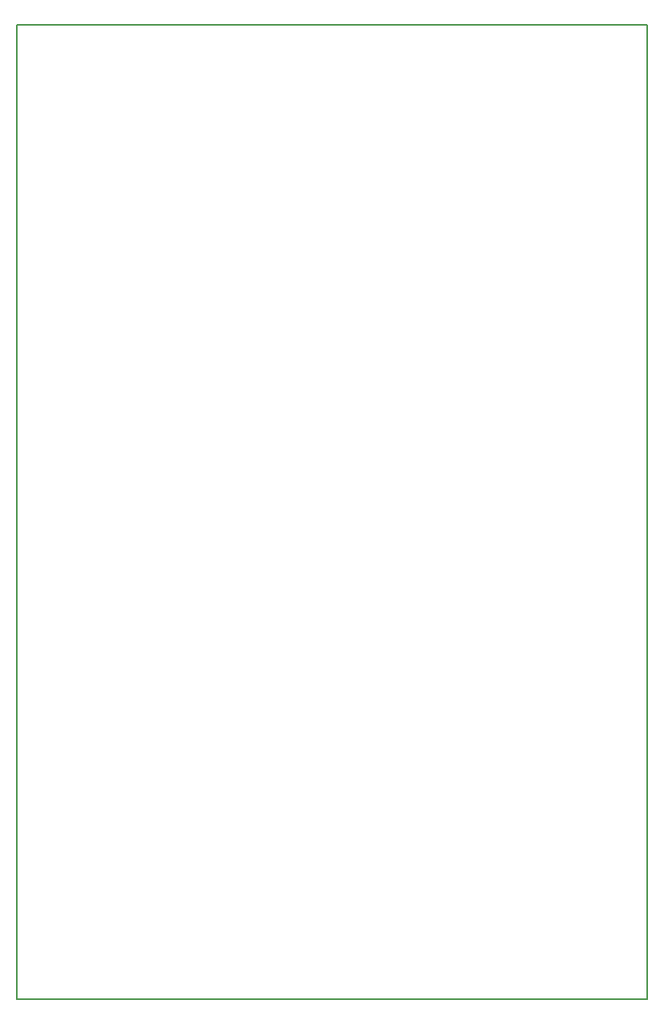
<source format=gbr>
G04 #@! TF.GenerationSoftware,KiCad,Pcbnew,(5.0.0)*
G04 #@! TF.CreationDate,2018-09-05T15:10:52-04:00*
G04 #@! TF.ProjectId,MDAS_Controller_V2,4D4441535F436F6E74726F6C6C65725F,rev?*
G04 #@! TF.SameCoordinates,Original*
G04 #@! TF.FileFunction,Profile,NP*
%FSLAX46Y46*%
G04 Gerber Fmt 4.6, Leading zero omitted, Abs format (unit mm)*
G04 Created by KiCad (PCBNEW (5.0.0)) date 09/05/18 15:10:52*
%MOMM*%
%LPD*%
G01*
G04 APERTURE LIST*
%ADD10C,0.150000*%
G04 APERTURE END LIST*
D10*
X114935000Y-136745980D02*
X181610000Y-136745980D01*
X114935000Y-34290000D02*
X114935000Y-33807400D01*
X114935000Y-36195000D02*
X114935000Y-34290000D01*
X114935000Y-36195000D02*
X114935000Y-136745980D01*
X181610000Y-33799780D02*
X114935000Y-33799780D01*
X181610000Y-136745980D02*
X181610000Y-33799700D01*
M02*

</source>
